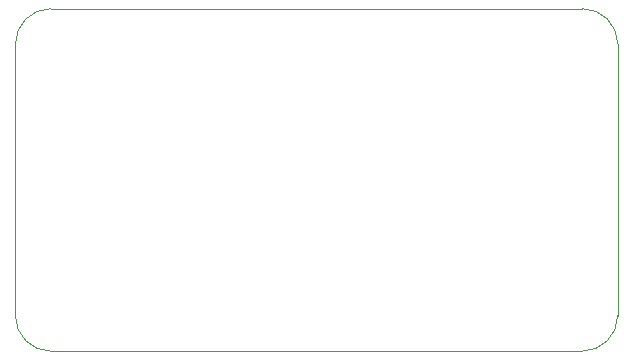
<source format=gbr>
%TF.GenerationSoftware,KiCad,Pcbnew,9.0.0*%
%TF.CreationDate,2025-04-05T15:37:09+05:30*%
%TF.ProjectId,Soldr_project,536f6c64-725f-4707-926f-6a6563742e6b,rev?*%
%TF.SameCoordinates,Original*%
%TF.FileFunction,Profile,NP*%
%FSLAX46Y46*%
G04 Gerber Fmt 4.6, Leading zero omitted, Abs format (unit mm)*
G04 Created by KiCad (PCBNEW 9.0.0) date 2025-04-05 15:37:09*
%MOMM*%
%LPD*%
G01*
G04 APERTURE LIST*
%TA.AperFunction,Profile*%
%ADD10C,0.050000*%
%TD*%
G04 APERTURE END LIST*
D10*
X109000000Y-105000000D02*
G75*
G02*
X106000000Y-102000000I0J3000000D01*
G01*
X157000000Y-102000000D02*
G75*
G02*
X154000000Y-105000000I-3000000J0D01*
G01*
X154000000Y-76000000D02*
G75*
G02*
X157000000Y-79000000I0J-3000000D01*
G01*
X106000000Y-79000000D02*
G75*
G02*
X109000000Y-76000000I3000000J0D01*
G01*
X106000000Y-102000000D02*
X106000000Y-79000000D01*
X154000000Y-105000000D02*
X109000000Y-105000000D01*
X157000000Y-79000000D02*
X157000000Y-102000000D01*
X109000000Y-76000000D02*
X154000000Y-76000000D01*
M02*

</source>
